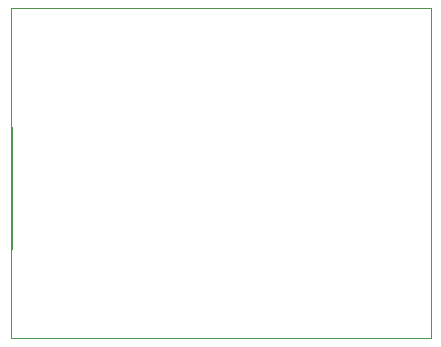
<source format=gbr>
%TF.GenerationSoftware,KiCad,Pcbnew,(6.0.6)*%
%TF.CreationDate,2022-08-05T15:31:58+01:00*%
%TF.ProjectId,c64 tape interface,63363420-7461-4706-9520-696e74657266,rev?*%
%TF.SameCoordinates,Original*%
%TF.FileFunction,Profile,NP*%
%FSLAX46Y46*%
G04 Gerber Fmt 4.6, Leading zero omitted, Abs format (unit mm)*
G04 Created by KiCad (PCBNEW (6.0.6)) date 2022-08-05 15:31:58*
%MOMM*%
%LPD*%
G01*
G04 APERTURE LIST*
%TA.AperFunction,Profile*%
%ADD10C,0.050000*%
%TD*%
%TA.AperFunction,Profile*%
%ADD11C,0.100000*%
%TD*%
G04 APERTURE END LIST*
D10*
X107950000Y-40640000D02*
X143510000Y-40640000D01*
X143510000Y-40640000D02*
X143510000Y-68580000D01*
X143510000Y-68580000D02*
X107950000Y-68580000D01*
X107950000Y-68580000D02*
X107950000Y-40640000D01*
D11*
%TO.C,RV1*%
X108030000Y-50640000D02*
X108030000Y-61040000D01*
%TD*%
M02*

</source>
